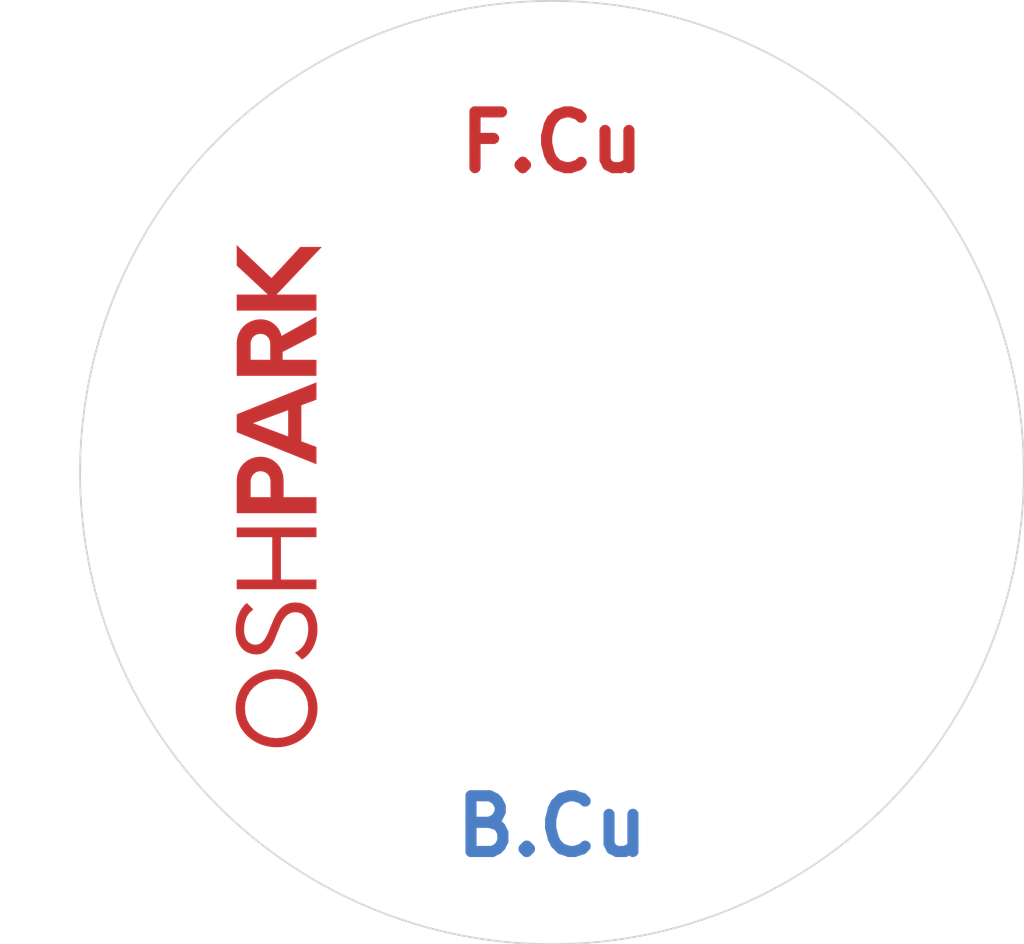
<source format=kicad_pcb>
(kicad_pcb (version 20201220) (generator pcbnew)
  (layers (0 "F.Cu" signal) (1 "In1.Cu" signal) (2 "In2.Cu" signal) (3 "In3.Cu" signal) (4 "In4.Cu" signal) (31 "B.Cu" signal) (34 "B.Paste" user) (35 "F.Paste" user) (36 "B.SilkS" user "B.Silkscreen") (37 "F.SilkS" user "F.Silkscreen") (38 "B.Mask" user) (39 "F.Mask" user) (44 "Edge.Cuts" user))
  (net 0 "")
  (footprint "afterdark:OSH_small_silk" (layer "F.Cu") (at 105.41 58.42 90)
    (fp_text reference "OSH_small" hide)
    (fp_text value "G***" hide)
    (fp_poly (pts (xy 4.31659 7.328185) (xy 4.11009 7.022185) (xy 3.67228 7.022185) (xy 3.67228 6.495675) (xy 4.11009 6.495675) (xy 4.16319 6.500675) (xy 4.21239 6.515675) (xy 4.25669 6.539575) (xy 4.29509 6.571375) (xy 4.32669 6.610075) (xy 4.35039 6.654875) (xy 4.36539 6.704775) (xy 4.37039 6.758775) (xy 4.36539 6.812775) (xy 4.35069 6.862675) (xy 4.32729 6.907475) (xy 4.29609 6.946175) (xy 4.25789 6.977975) (xy 4.21359 7.001875) (xy 4.16399 7.016875) (xy 4.11009 7.021875) (xy 4.11009 7.022185) (xy 4.31659 7.328185) (xy 4.41049 7.296585) (xy 4.49619 7.251785) (xy 4.57229 7.194785) (xy 4.63749 7.126585) (xy 4.69049 7.048185) (xy 4.72989 6.960585) (xy 4.75449 6.864785) (xy 4.76249 6.761805) (xy 4.74979 6.631575) (xy 4.71319 6.510755) (xy 4.65509 6.401815) (xy 4.57799 6.307215) (xy 4.48419 6.229415) (xy 4.37621 6.170715) (xy 4.25643 6.133715) (xy 4.12726 6.120815) (xy 3.2402 6.120815) (xy 3.2402 8.266935) (xy 3.67228 8.266935) (xy 3.67228 7.356985) (xy 3.88403 7.356985) (xy 4.35332 8.266935) (xy 4.83691 8.266935) (xy 4.31612 7.328365) (xy 4.31659 7.328185)) (layer "F.Cu") (width 0) (fill solid))
    (fp_poly (pts (xy 2.59844 8.266755) (xy 1.96319 6.558445) (xy 2.31515 7.505595) (xy 1.60836 7.505595) (xy 1.96319 6.558445) (xy 2.59844 8.266755) (xy 3.06487 8.266755) (xy 2.20355 6.120635) (xy 1.71996 6.120635) (xy 0.85865 8.266755) (xy 1.32508 8.266755) (xy 1.47674 7.860425) (xy 2.44678 7.860425) (xy 2.59844 8.266755)) (layer "F.Cu") (width 0) (fill solid))
    (fp_poly (pts (xy 0.42791 6.120635) (xy -0.02711 6.495535) (xy 0.38781 6.495535) (xy 0.44521 6.500535) (xy 0.49851 6.515035) (xy 0.54661 6.538335) (xy 0.58851 6.569635) (xy 0.62301 6.608335) (xy 0.64901 6.653735) (xy 0.66541 6.705135) (xy 0.67141 6.761735) (xy 0.66541 6.820135) (xy 0.64901 6.872535) (xy 0.62301 6.918535) (xy 0.58851 6.957435) (xy 0.54661 6.988635) (xy 0.49851 7.011635) (xy 0.44521 7.025835) (xy 0.38781 7.030835) (xy 0.38781 7.030635) (xy -0.02711 7.030635) (xy -0.02711 6.495535) (xy 0.42791 6.120635) (xy -0.45915 6.120635) (xy -0.45915 8.266755) (xy -0.02707 8.266755) (xy -0.02707 7.382555) (xy 0.42791 7.382555) (xy 0.5579 7.370355) (xy 0.67807 7.335055) (xy 0.78609 7.278855) (xy 0.87969 7.203855) (xy 0.95649 7.112155) (xy 1.01419 7.006005) (xy 1.05049 6.887525) (xy 1.06309 6.758845) (xy 1.05049 6.630375) (xy 1.01419 6.510655) (xy 0.95649 6.402275) (xy 0.87969 6.307775) (xy 0.78609 6.229775) (xy 0.67807 6.170875) (xy 0.5579 6.133675) (xy 0.42791 6.120675) (xy 0.42791 6.120635)) (layer "F.Cu") (width 0) (fill solid))
    (fp_poly (pts (xy 6.76111 6.120635) (xy 6.20884 6.120635) (xy 5.42765 6.959055) (xy 5.42765 6.120635) (xy 4.99557 6.120635) (xy 4.99557 8.266755) (xy 5.42765 8.266755) (xy 5.42765 7.193695) (xy 6.7096 8.409835) (xy 6.7096 7.831805) (xy 5.87118 7.056345) (xy 6.76111 6.120635)) (layer "F.Cu") (width 0) (fill solid))
    (fp_poly (pts (xy -5.71389 8.295375) (xy -5.71389 8.046425) (xy -5.88469 8.029425) (xy -6.03947 7.980425) (xy -6.17614 7.902625) (xy -6.29262 7.799265) (xy -6.38682 7.673515) (xy -6.45672 7.528545) (xy -6.50022 7.367545) (xy -6.51512 7.193705) (xy -6.50022 7.019865) (xy -6.45672 6.858865) (xy -6.38682 6.713895) (xy -6.29262 6.588145) (xy -6.17614 6.484785) (xy -6.03947 6.406985) (xy -5.88469 6.357985) (xy -5.71389 6.340985) (xy -5.54238 6.357985) (xy -5.38754 6.406985) (xy -5.25128 6.484785) (xy -5.13551 6.588145) (xy -5.04211 6.713895) (xy -4.97301 6.858865) (xy -4.93021 7.019865) (xy -4.91551 7.193705) (xy -4.93021 7.367545) (xy -4.97301 7.528545) (xy -5.04211 7.673515) (xy -5.13551 7.799265) (xy -5.25128 7.902625) (xy -5.38754 7.980425) (xy -5.54238 8.029425) (xy -5.71389 8.046425) (xy -5.71389 8.295375) (xy -5.60215 8.289375) (xy -5.49471 8.272675) (xy -5.39197 8.245575) (xy -5.29437 8.208575) (xy -5.20217 8.162275) (xy -5.11587 8.107175) (xy -5.03597 8.043775) (xy -4.96277 7.972775) (xy -4.89667 7.894575) (xy -4.83807 7.809775) (xy -4.78737 7.718975) (xy -4.74497 7.622675) (xy -4.71127 7.521405) (xy -4.68667 7.415745) (xy -4.67167 7.306225) (xy -4.66667 7.193415) (xy -4.67167 7.080595) (xy -4.68667 6.971085) (xy -4.71127 6.865415) (xy -4.74497 6.764145) (xy -4.78737 6.667845) (xy -4.83807 6.577045) (xy -4.89667 6.492245) (xy -4.96277 6.414045) (xy -5.03597 6.342945) (xy -5.11587 6.279545) (xy -5.20217 6.224445) (xy -5.29437 6.178145) (xy -5.39197 6.141145) (xy -5.49471 6.114045) (xy -5.60215 6.097345) (xy -5.71389 6.091345) (xy -5.82609 6.097345) (xy -5.93388 6.114045) (xy -6.03687 6.141145) (xy -6.13467 6.178145) (xy -6.22687 6.224445) (xy -6.31307 6.279545) (xy -6.39297 6.342945) (xy -6.46607 6.414045) (xy -6.53207 6.492245) (xy -6.59047 6.577045) (xy -6.64097 6.667845) (xy -6.68317 6.764145) (xy -6.71667 6.865415) (xy -6.74107 6.971085) (xy -6.75597 7.080595) (xy -6.76097 7.193415) (xy -6.75597 7.306225) (xy -6.74107 7.415745) (xy -6.71667 7.521405) (xy -6.68317 7.622675) (xy -6.64097 7.718975) (xy -6.59047 7.809775) (xy -6.53207 7.894575) (xy -6.46607 7.972775) (xy -6.39297 8.043775) (xy -6.31307 8.107175) (xy -6.22687 8.162275) (xy -6.13467 8.208575) (xy -6.03687 8.245575) (xy -5.93388 8.272675) (xy -5.82609 8.289375) (xy -5.71389 8.295375)) (layer "F.Cu") (width 0) (fill solid))
    (fp_poly (pts (xy -1.10433 6.120635) (xy -1.10433 7.076375) (xy -2.24607 7.076375) (xy -2.24607 6.120635) (xy -2.50646 6.120635) (xy -2.50646 8.266755) (xy -2.24607 8.266755) (xy -2.24607 7.311015) (xy -1.10433 7.311015) (xy -1.10433 8.266755) (xy -0.84394 8.266755) (xy -0.84394 6.120635) (xy -1.10433 6.120635)) (layer "F.Cu") (width 0) (fill solid))
    (fp_poly (pts (xy -3.5907 8.295375) (xy -3.44187 8.286375) (xy -3.30406 8.258975) (xy -3.18001 8.212975) (xy -3.07241 8.147975) (xy -2.98401 8.063675) (xy -2.91751 7.959725) (xy -2.87561 7.835805) (xy -2.86101 7.691555) (xy -2.87691 7.552235) (xy -2.92141 7.434915) (xy -2.98981 7.336615) (xy -3.07751 7.254415) (xy -3.17982 7.185415) (xy -3.29208 7.126615) (xy -3.52784 7.027715) (xy -3.70664 6.955515) (xy -3.85727 6.872815) (xy -3.91627 6.823915) (xy -3.96127 6.768115) (xy -3.98997 6.703915) (xy -4.00007 6.629915) (xy -3.99207 6.554915) (xy -3.96807 6.490615) (xy -3.93017 6.436915) (xy -3.88027 6.393515) (xy -3.82017 6.360115) (xy -3.75177 6.336615) (xy -3.67677 6.322615) (xy -3.59697 6.317615) (xy -3.50107 6.322615) (xy -3.41297 6.336315) (xy -3.33277 6.358215) (xy -3.26037 6.387715) (xy -3.19597 6.424015) (xy -3.13947 6.466415) (xy -3.05047 6.566885) (xy -2.87592 6.389475) (xy -2.93462 6.327375) (xy -3.00322 6.270575) (xy -3.08132 6.219875) (xy -3.16862 6.176275) (xy -3.26472 6.140775) (xy -3.36936 6.114275) (xy -3.48217 6.097675) (xy -3.60284 6.091675) (xy -3.73476 6.100675) (xy -3.85823 6.127675) (xy -3.97043 6.172275) (xy -4.06853 6.234275) (xy -4.14973 6.313275) (xy -4.21123 6.408975) (xy -4.25023 6.521165) (xy -4.26383 6.649475) (xy -4.24983 6.769025) (xy -4.21043 6.869725) (xy -4.14943 6.954225) (xy -4.07063 7.025125) (xy -3.97793 7.085025) (xy -3.87509 7.136525) (xy -3.6543 7.224725) (xy -3.4565 7.304325) (xy -3.3666 7.348925) (xy -3.2866 7.399625) (xy -3.2195 7.458525) (xy -3.1682 7.527725) (xy -3.1357 7.609325) (xy -3.1249 7.705425) (xy -3.1349 7.789025) (xy -3.1618 7.860025) (xy -3.2038 7.918825) (xy -3.2593 7.965825) (xy -3.3266 8.001625) (xy -3.404 8.026625) (xy -3.4899 8.041225) (xy -3.5826 8.046225) (xy -3.69075 8.039225) (xy -3.79323 8.020125) (xy -3.88863 7.989225) (xy -3.97563 7.947425) (xy -4.05283 7.895625) (xy -4.11893 7.834625) (xy -4.17243 7.765125) (xy -4.21203 7.688125) (xy -4.40088 7.879845) (xy -4.33778 7.967545) (xy -4.26108 8.047345) (xy -4.17208 8.118045) (xy -4.07218 8.178545) (xy -3.96276 8.227645) (xy -3.84518 8.264145) (xy -3.72084 8.286945) (xy -3.59109 8.294945) (xy -3.5907 8.295375)) (layer "F.Cu") (width 0) (fill solid))
  )
  (gr_circle (center 120.015 57.785) (end 120.015 70.485) (layer "Edge.Cuts") (width 0.05) (fill none))
  (gr_text "F.Cu" (at 120.015 48.895) (layer "F.Cu") (effects (font (size 1.5 1.5) (thickness 0.3))))
  (gr_text "B.Cu" (at 120.015 67.31) (layer "B.Cu") (effects (font (size 1.5 1.5) (thickness 0.3))))
)
</source>
